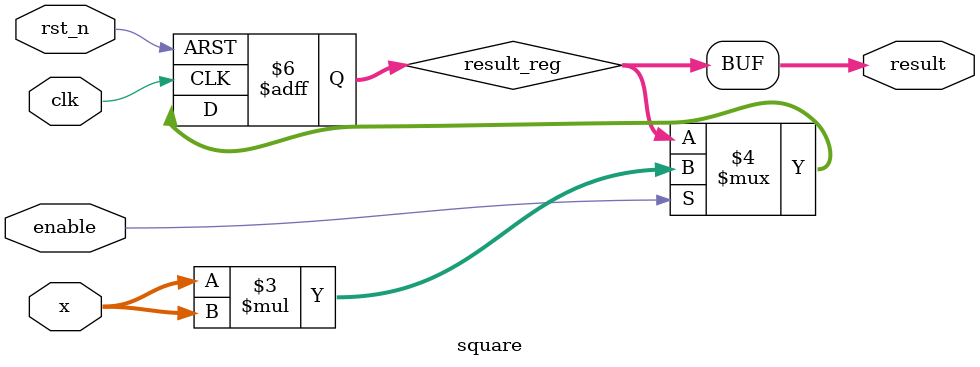
<source format=sv>
module square (
    input  logic        clk,             
    input  logic        rst_n,          
    input  logic [15:0] x,                
    input  logic        enable,           
    output logic [31:0] result           
);

    
    reg [31:0] result_reg;

    always_ff @(posedge clk or negedge rst_n) begin
        if (!rst_n) begin
            result_reg <= 32'b0;        
        end else if (enable) begin
            result_reg <= x * x;       
        end
    end


    assign result = result_reg;

endmodule

</source>
